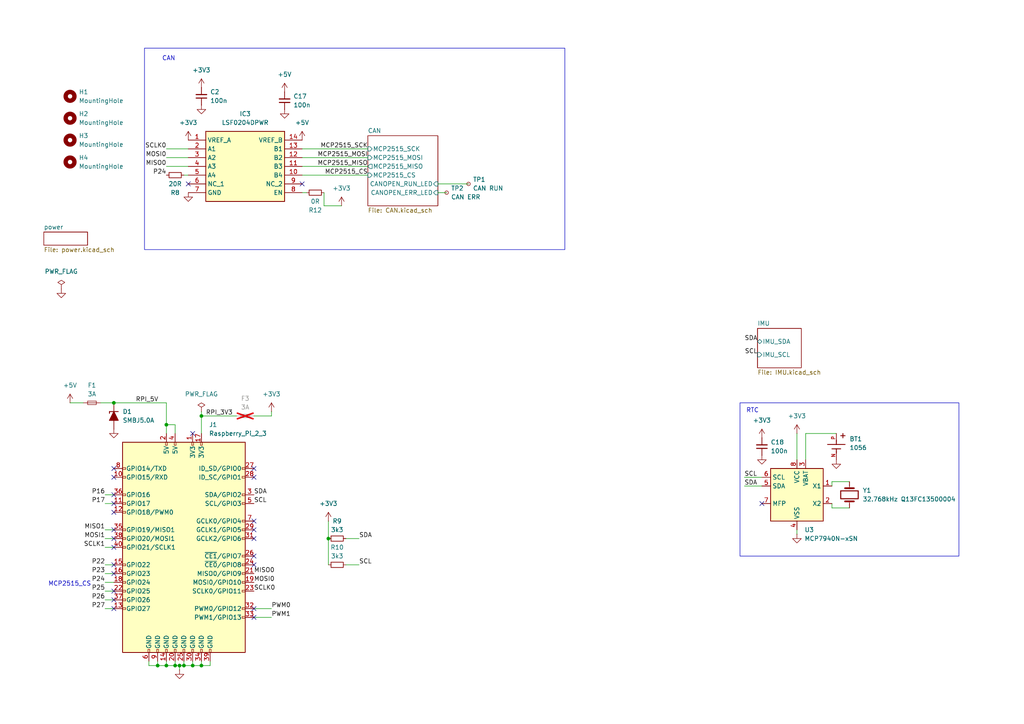
<source format=kicad_sch>
(kicad_sch (version 20231120) (generator "eeschema") (generator_version "8.0")
  (paper "A4")
  (title_block (title "RPI_diyhat1") (date "2025-06-30") (rev "1.0") (company "NTURacing") (comment 1 "Jack Kuo"))
  (lib_symbols
    (symbol "Connector:Raspberry_Pi_2_3" (pin_names (offset 1.016))
      (property "Reference" "J" (at -17.78 31.75 0))
      (property "Value" "Raspberry_Pi_2_3" (at 10.16 -31.75 0))
      (symbol "Raspberry_Pi_2_3_0_1"
        (rectangle (start -17.78 30.48) (end 17.78 -30.48) (stroke (width 0.254)) (fill (type background)))
      )
      (symbol "Raspberry_Pi_2_3_1_1"
        (rectangle (start -16.891 -17.526) (end -17.78 -18.034))
        (rectangle (start -16.891 -14.986) (end -17.78 -15.494))
        (rectangle (start -16.891 -12.446) (end -17.78 -12.954))
        (rectangle (start -16.891 -9.906) (end -17.78 -10.414))
        (rectangle (start -16.891 -7.366) (end -17.78 -7.874))
        (rectangle (start -16.891 -4.826) (end -17.78 -5.334))
        (rectangle (start -16.891 0.254) (end -17.78 -0.254))
        (rectangle (start -16.891 2.794) (end -17.78 2.286))
        (rectangle (start -16.891 5.334) (end -17.78 4.826))
        (rectangle (start -16.891 10.414) (end -17.78 9.906))
        (rectangle (start -16.891 12.954) (end -17.78 12.446))
        (rectangle (start -16.891 15.494) (end -17.78 14.986))
        (rectangle (start -16.891 20.574) (end -17.78 20.066))
        (rectangle (start -16.891 23.114) (end -17.78 22.606))
        (rectangle (start -10.414 -29.591) (end -9.906 -30.48))
        (rectangle (start -7.874 -29.591) (end -7.366 -30.48))
        (rectangle (start -5.334 -29.591) (end -4.826 -30.48))
        (rectangle (start -5.334 30.48) (end -4.826 29.591))
        (rectangle (start -2.794 -29.591) (end -2.286 -30.48))
        (rectangle (start -2.794 30.48) (end -2.286 29.591))
        (rectangle (start -0.254 -29.591) (end 0.254 -30.48))
        (rectangle (start 2.286 -29.591) (end 2.794 -30.48))
        (rectangle (start 2.286 30.48) (end 2.794 29.591))
        (rectangle (start 4.826 -29.591) (end 5.334 -30.48))
        (rectangle (start 4.826 30.48) (end 5.334 29.591))
        (rectangle (start 7.366 -29.591) (end 7.874 -30.48))
        (rectangle (start 17.78 -20.066) (end 16.891 -20.574))
        (rectangle (start 17.78 -17.526) (end 16.891 -18.034))
        (rectangle (start 17.78 -12.446) (end 16.891 -12.954))
        (rectangle (start 17.78 -9.906) (end 16.891 -10.414))
        (rectangle (start 17.78 -7.366) (end 16.891 -7.874))
        (rectangle (start 17.78 -4.826) (end 16.891 -5.334))
        (rectangle (start 17.78 -2.286) (end 16.891 -2.794))
        (rectangle (start 17.78 2.794) (end 16.891 2.286))
        (rectangle (start 17.78 5.334) (end 16.891 4.826))
        (rectangle (start 17.78 7.874) (end 16.891 7.366))
        (rectangle (start 17.78 12.954) (end 16.891 12.446))
        (rectangle (start 17.78 15.494) (end 16.891 14.986))
        (rectangle (start 17.78 20.574) (end 16.891 20.066))
        (rectangle (start 17.78 23.114) (end 16.891 22.606))
        (pin power_in line (at 2.54 33.02 270) (length 2.54) (name "3V3") (number "1"))
        (pin bidirectional line (at -20.32 20.32 0) (length 2.54) (name "GPIO15/RXD") (number "10"))
        (pin bidirectional line (at -20.32 12.7 0) (length 2.54) (name "GPIO17") (number "11"))
        (pin bidirectional line (at -20.32 10.16 0) (length 2.54) (name "GPIO18/PWM0") (number "12"))
        (pin bidirectional line (at -20.32 -17.78 0) (length 2.54) (name "GPIO27") (number "13"))
        (pin power_in line (at -5.08 -33.02 90) (length 2.54) (name "GND") (number "14"))
        (pin bidirectional line (at -20.32 -5.08 0) (length 2.54) (name "GPIO22") (number "15"))
        (pin bidirectional line (at -20.32 -7.62 0) (length 2.54) (name "GPIO23") (number "16"))
        (pin power_in line (at 5.08 33.02 270) (length 2.54) (name "3V3") (number "17"))
        (pin bidirectional line (at -20.32 -10.16 0) (length 2.54) (name "GPIO24") (number "18"))
        (pin bidirectional line (at 20.32 -10.16 180) (length 2.54) (name "MOSI0/GPIO10") (number "19"))
        (pin power_in line (at -5.08 33.02 270) (length 2.54) (name "5V") (number "2"))
        (pin power_in line (at -2.54 -33.02 90) (length 2.54) (name "GND") (number "20"))
        (pin bidirectional line (at 20.32 -7.62 180) (length 2.54) (name "MISO0/GPIO9") (number "21"))
        (pin bidirectional line (at -20.32 -12.7 0) (length 2.54) (name "GPIO25") (number "22"))
        (pin bidirectional line (at 20.32 -12.7 180) (length 2.54) (name "SCLK0/GPIO11") (number "23"))
        (pin bidirectional line (at 20.32 -5.08 180) (length 2.54) (name "~{CE0}/GPIO8") (number "24"))
        (pin power_in line (at 0 -33.02 90) (length 2.54) (name "GND") (number "25"))
        (pin bidirectional line (at 20.32 -2.54 180) (length 2.54) (name "~{CE1}/GPIO7") (number "26"))
        (pin bidirectional line (at 20.32 22.86 180) (length 2.54) (name "ID_SD/GPIO0") (number "27"))
        (pin bidirectional line (at 20.32 20.32 180) (length 2.54) (name "ID_SC/GPIO1") (number "28"))
        (pin bidirectional line (at 20.32 5.08 180) (length 2.54) (name "GCLK1/GPIO5") (number "29"))
        (pin bidirectional line (at 20.32 15.24 180) (length 2.54) (name "SDA/GPIO2") (number "3"))
        (pin power_in line (at 2.54 -33.02 90) (length 2.54) (name "GND") (number "30"))
        (pin bidirectional line (at 20.32 2.54 180) (length 2.54) (name "GCLK2/GPIO6") (number "31"))
        (pin bidirectional line (at 20.32 -17.78 180) (length 2.54) (name "PWM0/GPIO12") (number "32"))
        (pin bidirectional line (at 20.32 -20.32 180) (length 2.54) (name "PWM1/GPIO13") (number "33"))
        (pin power_in line (at 5.08 -33.02 90) (length 2.54) (name "GND") (number "34"))
        (pin bidirectional line (at -20.32 5.08 0) (length 2.54) (name "GPIO19/MISO1") (number "35"))
        (pin bidirectional line (at -20.32 15.24 0) (length 2.54) (name "GPIO16") (number "36"))
        (pin bidirectional line (at -20.32 -15.24 0) (length 2.54) (name "GPIO26") (number "37"))
        (pin bidirectional line (at -20.32 2.54 0) (length 2.54) (name "GPIO20/MOSI1") (number "38"))
        (pin power_in line (at 7.62 -33.02 90) (length 2.54) (name "GND") (number "39"))
        (pin power_in line (at -2.54 33.02 270) (length 2.54) (name "5V") (number "4"))
        (pin bidirectional line (at -20.32 0 0) (length 2.54) (name "GPIO21/SCLK1") (number "40"))
        (pin bidirectional line (at 20.32 12.7 180) (length 2.54) (name "SCL/GPIO3") (number "5"))
        (pin power_in line (at -10.16 -33.02 90) (length 2.54) (name "GND") (number "6"))
        (pin bidirectional line (at 20.32 7.62 180) (length 2.54) (name "GCLK0/GPIO4") (number "7"))
        (pin bidirectional line (at -20.32 22.86 0) (length 2.54) (name "GPIO14/TXD") (number "8"))
        (pin power_in line (at -7.62 -33.02 90) (length 2.54) (name "GND") (number "9"))
      )
    )
    (symbol "Connector:TestPoint_Small" (pin_numbers hide) (pin_names (offset 0.762) hide)
      (property "Reference" "TP" (at 0 3.81 0))
      (property "Value" "TestPoint_Small" (at 0 2.032 0))
      (symbol "TestPoint_Small_0_1"
        (circle (center 0 0) (radius 0.508))
      )
      (symbol "TestPoint_Small_1_1"
        (pin passive line (at 0 0 90) (length 0) (name "1") (number "1"))
      )
    )
    (symbol "Device:C_Small" (pin_numbers hide) (pin_names (offset 0.254) hide)
      (property "Reference" "C" (at 0.254 1.778 0))
      (property "Value" "C_Small" (at 0.254 -2.032 0))
      (symbol "C_Small_0_1"
        (polyline (pts (xy -1.524 -0.508) (xy 1.524 -0.508)) (stroke (width 0.3302)))
        (polyline (pts (xy -1.524 0.508) (xy 1.524 0.508)) (stroke (width 0.3048)))
      )
      (symbol "C_Small_1_1"
        (pin passive line (at 0 2.54 270) (length 2.032) (name "~") (number "1"))
        (pin passive line (at 0 -2.54 90) (length 2.032) (name "~") (number "2"))
      )
    )
    (symbol "Device:Crystal" (pin_numbers hide) (pin_names (offset 1.016) hide)
      (property "Reference" "Y" (at 0 3.81 0))
      (property "Value" "Crystal" (at 0 -3.81 0))
      (symbol "Crystal_0_1"
        (rectangle (start -1.143 2.54) (end 1.143 -2.54) (stroke (width 0.3048)))
        (polyline (pts (xy -2.54 0) (xy -1.905 0)))
        (polyline (pts (xy -1.905 -1.27) (xy -1.905 1.27)) (stroke (width 0.508)))
        (polyline (pts (xy 1.905 -1.27) (xy 1.905 1.27)) (stroke (width 0.508)))
        (polyline (pts (xy 2.54 0) (xy 1.905 0)))
      )
      (symbol "Crystal_1_1"
        (pin passive line (at -3.81 0 0) (length 1.27) (name "1") (number "1"))
        (pin passive line (at 3.81 0 180) (length 1.27) (name "2") (number "2"))
      )
    )
    (symbol "Device:Fuse_Small" (pin_numbers hide) (pin_names (offset 0.254) hide)
      (property "Reference" "F" (at 0 -1.524 0))
      (property "Value" "Fuse_Small" (at 0 1.524 0))
      (symbol "Fuse_Small_0_1"
        (rectangle (start -1.27 0.508) (end 1.27 -0.508))
        (polyline (pts (xy -1.27 0) (xy 1.27 0)))
      )
      (symbol "Fuse_Small_1_1"
        (pin passive line (at -2.54 0 0) (length 1.27) (name "~") (number "1"))
        (pin passive line (at 2.54 0 180) (length 1.27) (name "~") (number "2"))
      )
    )
    (symbol "Device:R_Small" (pin_numbers hide) (pin_names (offset 0.254) hide)
      (property "Reference" "R" (at 0.762 0.508 0))
      (property "Value" "R_Small" (at 0.762 -1.016 0))
      (symbol "R_Small_0_1"
        (rectangle (start -0.762 1.778) (end 0.762 -1.778) (stroke (width 0.2032)))
      )
      (symbol "R_Small_1_1"
        (pin passive line (at 0 2.54 270) (length 0.762) (name "~") (number "1"))
        (pin passive line (at 0 -2.54 90) (length 0.762) (name "~") (number "2"))
      )
    )
    (symbol "Mechanical:MountingHole" (pin_names (offset 1.016))
      (property "Reference" "H" (at 0 5.08 0))
      (property "Value" "MountingHole" (at 0 3.175 0))
      (symbol "MountingHole_0_1"
        (circle (center 0 0) (radius 1.27) (stroke (width 1.27)))
      )
    )
    (symbol "PCM_Diode_TVS_AKL:SMBJ5.0A" (pin_numbers hide) (pin_names (offset 1.016) hide)
      (property "Reference" "D" (at 0 5.08 0))
      (property "Value" "SMBJ5.0A" (at 0 2.54 0))
      (symbol "SMBJ5.0A_0_1"
        (polyline (pts (xy -1.27 0) (xy 1.27 0)))
        (polyline (pts (xy 1.27 -1.27) (xy 1.27 1.27)) (stroke (width 0.254)))
        (polyline (pts (xy 1.27 1.27) (xy 0.762 1.27)) (stroke (width 0.254)))
        (polyline (pts (xy -1.27 1.27) (xy -1.27 -1.27) (xy 1.27 0) (xy -1.27 1.27)) (stroke (width 0.254)) (fill (type outline)))
      )
      (symbol "SMBJ5.0A_0_2"
        (polyline (pts (xy -2.54 -2.54) (xy 2.54 2.54)))
        (polyline (pts (xy 0 1.778) (xy -0.381 1.397)) (stroke (width 0.254)))
        (polyline (pts (xy 0 1.778) (xy 1.778 0)) (stroke (width 0.254)))
        (polyline (pts (xy -0.889 -0.889) (xy -1.778 0) (xy 0.889 0.889) (xy 0 -1.778) (xy -0.889 -0.889)) (stroke (width 0.254)) (fill (type outline)))
      )
      (symbol "SMBJ5.0A_1_1"
        (pin passive line (at 3.81 0 180) (length 2.54) (name "K") (number "1"))
        (pin passive line (at -3.81 0 0) (length 2.54) (name "A") (number "2"))
      )
      (symbol "SMBJ5.0A_1_2"
        (pin passive line (at 2.54 2.54 180) (length 0) (name "K") (number "1"))
        (pin passive line (at -2.54 -2.54 0) (length 0) (name "A") (number "2"))
      )
    )
    (symbol "SamacSys_Parts_EP6:LSF0204DPWR"
      (property "Reference" "IC" (at 29.21 7.62 0))
      (property "Value" "LSF0204DPWR" (at 29.21 5.08 0))
      (symbol "LSF0204DPWR_1_1"
        (rectangle (start 5.08 2.54) (end 27.94 -17.78) (stroke (width 0.254)) (fill (type background)))
        (pin power_in line (at 0 0 0) (length 5.08) (name "VREF_A") (number "1"))
        (pin bidirectional line (at 33.02 -10.16 180) (length 5.08) (name "B4") (number "10"))
        (pin bidirectional line (at 33.02 -7.62 180) (length 5.08) (name "B3") (number "11"))
        (pin bidirectional line (at 33.02 -5.08 180) (length 5.08) (name "B2") (number "12"))
        (pin bidirectional line (at 33.02 -2.54 180) (length 5.08) (name "B1") (number "13"))
        (pin power_in line (at 33.02 0 180) (length 5.08) (name "VREF_B") (number "14"))
        (pin bidirectional line (at 0 -2.54 0) (length 5.08) (name "A1") (number "2"))
        (pin bidirectional line (at 0 -5.08 0) (length 5.08) (name "A2") (number "3"))
        (pin bidirectional line (at 0 -7.62 0) (length 5.08) (name "A3") (number "4"))
        (pin bidirectional line (at 0 -10.16 0) (length 5.08) (name "A4") (number "5"))
        (pin passive line (at 0 -12.7 0) (length 5.08) (name "NC_1") (number "6"))
        (pin power_in line (at 0 -15.24 0) (length 5.08) (name "GND") (number "7"))
        (pin input line (at 33.02 -15.24 180) (length 5.08) (name "EN") (number "8"))
        (pin passive line (at 33.02 -12.7 180) (length 5.08) (name "NC_2") (number "9"))
      )
    )
    (symbol "Timer_RTC:MCP7940N-xSN"
      (property "Reference" "U" (at -6.35 8.89 0))
      (property "Value" "MCP7940N-xSN" (at 11.43 8.89 0))
      (symbol "MCP7940N-xSN_0_1"
        (rectangle (start -7.62 7.62) (end 7.62 -7.62) (stroke (width 0.254)) (fill (type background)))
      )
      (symbol "MCP7940N-xSN_1_1"
        (pin input line (at 10.16 2.54 180) (length 2.54) (name "X1") (number "1"))
        (pin output line (at 10.16 -2.54 180) (length 2.54) (name "X2") (number "2"))
        (pin power_in line (at 2.54 10.16 270) (length 2.54) (name "VBAT") (number "3"))
        (pin power_in line (at 0 -10.16 90) (length 2.54) (name "VSS") (number "4"))
        (pin bidirectional line (at -10.16 2.54 0) (length 2.54) (name "SDA") (number "5"))
        (pin input line (at -10.16 5.08 0) (length 2.54) (name "SCL") (number "6"))
        (pin open_collector line (at -10.16 -2.54 0) (length 2.54) (name "MFP") (number "7"))
        (pin power_in line (at 0 10.16 270) (length 2.54) (name "VCC") (number "8"))
      )
    )
    (symbol "nturt_kicad_lib_EP6:1056" (pin_names (offset 1.016))
      (property "Reference" "BT" (at -3.81 3.81 0))
      (property "Value" "1056" (at -3.81 -5.08 0))
      (symbol "1056_0_0"
        (polyline (pts (xy -3.81 1.905) (xy -2.54 1.905)) (stroke (width 0.254)))
        (polyline (pts (xy -3.175 2.54) (xy -3.175 1.27)) (stroke (width 0.254)))
        (polyline (pts (xy -0.635 0) (xy -1.905 0)) (stroke (width 0.254)))
        (polyline (pts (xy -0.635 0) (xy -0.635 -2.54)) (stroke (width 0.254)))
        (polyline (pts (xy -0.635 2.54) (xy -0.635 0)) (stroke (width 0.254)))
        (polyline (pts (xy 0.635 0) (xy 0.635 -1.27)) (stroke (width 0.254)))
        (polyline (pts (xy 0.635 0) (xy 1.905 0)) (stroke (width 0.254)))
        (polyline (pts (xy 0.635 1.27) (xy 0.635 0)) (stroke (width 0.254)))
      )
      (symbol "1056_1_0"
        (pin passive line (at 3.81 0 180) (length 2.54) (name "~") (number "N"))
        (pin power_out line (at -3.81 0 0) (length 2.54) (name "~") (number "P"))
      )
    )
    (symbol "power:+3V3" (power) (pin_numbers hide) (pin_names (offset 0) hide)
      (property "Value" "+3V3" (at 0 3.556 0))
      (symbol "+3V3_0_1"
        (polyline (pts (xy -0.762 1.27) (xy 0 2.54)))
        (polyline (pts (xy 0 0) (xy 0 2.54)))
        (polyline (pts (xy 0 2.54) (xy 0.762 1.27)))
      )
      (symbol "+3V3_1_1"
        (pin power_in line (at 0 0 90) (length 0) (name "~") (number "1"))
      )
    )
    (symbol "power:+5V" (power) (pin_numbers hide) (pin_names (offset 0) hide)
      (property "Value" "+5V" (at 0 3.556 0))
      (symbol "+5V_0_1"
        (polyline (pts (xy -0.762 1.27) (xy 0 2.54)))
        (polyline (pts (xy 0 0) (xy 0 2.54)))
        (polyline (pts (xy 0 2.54) (xy 0.762 1.27)))
      )
      (symbol "+5V_1_1"
        (pin power_in line (at 0 0 90) (length 0) (name "~") (number "1"))
      )
    )
    (symbol "power:GND" (power) (pin_numbers hide) (pin_names (offset 0) hide)
      (property "Value" "GND" (at 0 -3.81 0))
      (symbol "GND_0_1"
        (polyline (pts (xy 0 0) (xy 0 -1.27) (xy 1.27 -1.27) (xy 0 -2.54) (xy -1.27 -1.27) (xy 0 -1.27)))
      )
      (symbol "GND_1_1"
        (pin power_in line (at 0 0 270) (length 0) (name "~") (number "1"))
      )
    )
    (symbol "power:PWR_FLAG" (power) (pin_numbers hide) (pin_names (offset 0) hide)
      (property "Value" "PWR_FLAG" (at 0 3.81 0))
      (symbol "PWR_FLAG_0_0"
        (pin power_out line (at 0 0 90) (length 0) (name "pwr") (number "1"))
      )
      (symbol "PWR_FLAG_0_1"
        (polyline (pts (xy 0 0) (xy 0 1.27) (xy -1.016 1.905) (xy 0 2.54) (xy 1.016 1.905) (xy 0 1.27)))
      )
    )
  )
  (junction (at 53.34 193.04))
  (junction (at 48.26 123.19))
  (junction (at 48.26 193.04))
  (junction (at 55.88 193.04))
  (junction (at 33.02 116.84))
  (junction (at 95.25 156.21))
  (junction (at 58.42 193.04))
  (junction (at 58.42 120.65))
  (junction (at 50.8 193.04))
  (junction (at 45.72 193.04))
  (junction (at 52.07 193.04))
  (no_connect (at 33.02 166.37))
  (no_connect (at 55.88 125.73))
  (no_connect (at 33.02 176.53))
  (no_connect (at 33.02 158.75))
  (no_connect (at 73.66 163.83))
  (no_connect (at 33.02 135.89))
  (no_connect (at 54.61 53.34))
  (no_connect (at 73.66 138.43))
  (no_connect (at 73.66 135.89))
  (no_connect (at 87.63 53.34))
  (no_connect (at 73.66 176.53))
  (no_connect (at 73.66 153.67))
  (no_connect (at 33.02 143.51))
  (no_connect (at 33.02 138.43))
  (no_connect (at 33.02 171.45))
  (no_connect (at 73.66 161.29))
  (no_connect (at 220.98 146.05))
  (no_connect (at 73.66 179.07))
  (no_connect (at 33.02 146.05))
  (no_connect (at 33.02 173.99))
  (no_connect (at 73.66 156.21))
  (no_connect (at 33.02 148.59))
  (no_connect (at 33.02 163.83))
  (no_connect (at 33.02 153.67))
  (no_connect (at 33.02 156.21))
  (no_connect (at 73.66 151.13))
  (wire (pts (xy 93.98 59.69) (xy 93.98 55.88)))
  (wire (pts (xy 30.48 176.53) (xy 33.02 176.53)))
  (wire (pts (xy 215.9 138.43) (xy 220.98 138.43)))
  (wire (pts (xy 233.68 125.73) (xy 242.57 125.73)))
  (wire (pts (xy 53.34 193.04) (xy 53.34 191.77)))
  (wire (pts (xy 246.38 147.32) (xy 241.3 147.32)))
  (wire (pts (xy 30.48 166.37) (xy 33.02 166.37)))
  (wire (pts (xy 231.14 154.94) (xy 231.14 153.67)))
  (wire (pts (xy 30.48 158.75) (xy 33.02 158.75)))
  (wire (pts (xy 88.9 55.88) (xy 87.63 55.88)))
  (wire (pts (xy 50.8 193.04) (xy 50.8 191.77)))
  (wire (pts (xy 95.25 156.21) (xy 95.25 163.83)))
  (wire (pts (xy 30.48 156.21) (xy 33.02 156.21)))
  (wire (pts (xy 43.18 193.04) (xy 43.18 191.77)))
  (wire (pts (xy 30.48 171.45) (xy 33.02 171.45)))
  (wire (pts (xy 58.42 120.65) (xy 58.42 125.73)))
  (wire (pts (xy 73.66 120.65) (xy 78.74 120.65)))
  (wire (pts (xy 43.18 193.04) (xy 45.72 193.04)))
  (wire (pts (xy 106.68 43.18) (xy 87.63 43.18)))
  (wire (pts (xy 30.48 143.51) (xy 33.02 143.51)))
  (wire (pts (xy 78.74 120.65) (xy 78.74 119.38)))
  (wire (pts (xy 33.02 116.84) (xy 48.26 116.84)))
  (wire (pts (xy 58.42 119.38) (xy 58.42 120.65)))
  (wire (pts (xy 78.74 176.53) (xy 73.66 176.53)))
  (wire (pts (xy 95.25 151.13) (xy 95.25 156.21)))
  (wire (pts (xy 48.26 116.84) (xy 48.26 123.19)))
  (wire (pts (xy 106.68 48.26) (xy 87.63 48.26)))
  (wire (pts (xy 127 53.34) (xy 135.89 53.34)))
  (wire (pts (xy 48.26 123.19) (xy 48.26 125.73)))
  (wire (pts (xy 106.68 45.72) (xy 87.63 45.72)))
  (wire (pts (xy 52.07 194.31) (xy 52.07 193.04)))
  (wire (pts (xy 45.72 193.04) (xy 45.72 191.77)))
  (wire (pts (xy 48.26 45.72) (xy 54.61 45.72)))
  (wire (pts (xy 60.96 193.04) (xy 60.96 191.77)))
  (wire (pts (xy 100.33 163.83) (xy 104.14 163.83)))
  (wire (pts (xy 52.07 193.04) (xy 53.34 193.04)))
  (wire (pts (xy 53.34 193.04) (xy 55.88 193.04)))
  (wire (pts (xy 53.34 50.8) (xy 54.61 50.8)))
  (wire (pts (xy 30.48 153.67) (xy 33.02 153.67)))
  (wire (pts (xy 48.26 193.04) (xy 50.8 193.04)))
  (wire (pts (xy 30.48 168.91) (xy 33.02 168.91)))
  (wire (pts (xy 45.72 193.04) (xy 48.26 193.04)))
  (wire (pts (xy 106.68 50.8) (xy 87.63 50.8)))
  (wire (pts (xy 48.26 48.26) (xy 54.61 48.26)))
  (wire (pts (xy 127 55.88) (xy 129.54 55.88)))
  (wire (pts (xy 20.32 116.84) (xy 24.13 116.84)))
  (wire (pts (xy 50.8 123.19) (xy 48.26 123.19)))
  (wire (pts (xy 73.66 179.07) (xy 78.74 179.07)))
  (wire (pts (xy 48.26 193.04) (xy 48.26 191.77)))
  (wire (pts (xy 55.88 193.04) (xy 55.88 191.77)))
  (wire (pts (xy 29.21 116.84) (xy 33.02 116.84)))
  (wire (pts (xy 241.3 139.7) (xy 241.3 140.97)))
  (wire (pts (xy 215.9 140.97) (xy 220.98 140.97)))
  (wire (pts (xy 233.68 125.73) (xy 233.68 133.35)))
  (wire (pts (xy 93.98 59.69) (xy 99.06 59.69)))
  (wire (pts (xy 30.48 163.83) (xy 33.02 163.83)))
  (wire (pts (xy 100.33 156.21) (xy 104.14 156.21)))
  (wire (pts (xy 241.3 147.32) (xy 241.3 146.05)))
  (wire (pts (xy 30.48 146.05) (xy 33.02 146.05)))
  (wire (pts (xy 246.38 139.7) (xy 241.3 139.7)))
  (wire (pts (xy 58.42 120.65) (xy 68.58 120.65)))
  (wire (pts (xy 58.42 193.04) (xy 58.42 191.77)))
  (wire (pts (xy 58.42 193.04) (xy 60.96 193.04)))
  (wire (pts (xy 50.8 193.04) (xy 52.07 193.04)))
  (wire (pts (xy 50.8 125.73) (xy 50.8 123.19)))
  (wire (pts (xy 231.14 125.73) (xy 231.14 133.35)))
  (wire (pts (xy 48.26 43.18) (xy 54.61 43.18)))
  (wire (pts (xy 55.88 193.04) (xy 58.42 193.04)))
  (wire (pts (xy 30.48 173.99) (xy 33.02 173.99)))
  (rectangle (start 214.63 116.84) (end 278.13 161.29))
  (rectangle (start 41.91 13.97) (end 163.83 72.39))
  (text "RTC" (at 216.408 119.888 0) (effects (font (size 1.27 1.27)) (justify left bottom)))
  (text "CAN" (at 46.99 17.78 0) (effects (font (size 1.27 1.27)) (justify left bottom)))
  (text "MCP2515_CS" (at 13.97 170.18 0) (effects (font (size 1.27 1.27)) (justify left bottom)))
  (label "SCL" (at 215.9 138.43 0))
  (label "P24" (at 30.48 168.91 180))
  (label "SDA" (at 215.9 140.97 0))
  (label "P25" (at 30.48 171.45 180))
  (label "MOSI0" (at 73.66 168.91 0))
  (label "P27" (at 30.48 176.53 180))
  (label "SDA" (at 219.71 99.06 180))
  (label "SCLK0" (at 48.26 43.18 180))
  (label "P22" (at 30.48 163.83 180))
  (label "PWM1" (at 78.74 179.07 0))
  (label "MCP2515_CS" (at 106.68 50.8 180))
  (label "SCLK0" (at 73.66 171.45 0))
  (label "MCP2515_MOSI" (at 106.68 45.72 180))
  (label "SCL" (at 104.14 163.83 0))
  (label "RPI_5V" (at 39.3416 116.84 0))
  (label "P23" (at 30.48 166.37 180))
  (label "SCL" (at 219.71 102.87 180))
  (label "P24" (at 48.26 50.8 180))
  (label "SCL" (at 73.66 146.05 0))
  (label "MISO0" (at 48.26 48.26 180))
  (label "MOSI0" (at 48.26 45.72 180))
  (label "MCP2515_SCK" (at 106.68 43.18 180))
  (label "MISO1" (at 30.48 153.67 180))
  (label "PWM0" (at 78.74 176.53 0))
  (label "MISO0" (at 73.66 166.37 0))
  (label "RPI_3V3" (at 59.69 120.65 0))
  (label "SDA" (at 73.66 143.51 0))
  (label "P17" (at 30.48 146.05 180))
  (label "MOSI1" (at 30.48 156.21 180))
  (label "SCLK1" (at 30.48 158.75 180))
  (label "P26" (at 30.48 173.99 180))
  (label "MCP2515_MISO" (at 106.68 48.26 180))
  (label "SDA" (at 104.14 156.21 0))
  (label "P16" (at 30.48 143.51 180))
  (symbol (lib_id "Device:R_Small") (at 91.44 55.88 90) (mirror x) (unit 1)
    (property "Reference" "R12" (at 91.44 60.96 90))
    (property "Value" "0R" (at 91.44 58.42 90))
    (property "Footprint" "Resistor_SMD:R_0402_1005Metric" (effects (hide yes)))
    (property "Description" "Resistor, small symbol" (effects (hide yes)))
  )
  (symbol (lib_id "power:PWR_FLAG") (at 17.78 83.82 0) (unit 1)
    (property "Reference" "#FLG03" (effects (hide yes)))
    (property "Value" "PWR_FLAG" (at 17.78 78.74 0))
  )
  (symbol (lib_id "power:GND") (at 58.42 30.48 0) (unit 1)
    (property "Reference" "#PWR0101" (effects (hide yes)))
    (property "Value" "GND" (effects (hide yes)))
    (property "Description" "Power symbol creates a global label with name \"GND\" , ground" (effects (hide yes)))
  )
  (symbol (lib_id "Device:R_Small") (at 50.8 50.8 90) (mirror x) (unit 1)
    (property "Reference" "R8" (at 50.8 55.88 90))
    (property "Value" "20R" (at 50.8 53.34 90))
    (property "Footprint" "Resistor_SMD:R_0402_1005Metric" (effects (hide yes)))
    (property "Description" "Resistor, small symbol" (effects (hide yes)))
  )
  (symbol (lib_id "Device:C_Small") (at 58.42 27.94 180) (unit 1)
    (property "Reference" "C2" (at 60.96 26.6635 0) (effects (justify right)))
    (property "Value" "100n" (at 60.96 29.2035 0) (effects (justify right)))
    (property "Footprint" "Capacitor_SMD:C_0402_1005Metric" (effects (hide yes)))
    (property "Description" "Unpolarized capacitor, small symbol" (effects (hide yes)))
  )
  (symbol (lib_id "power:+3V3") (at 220.98 127 0) (unit 1)
    (property "Reference" "#PWR092" (effects (hide yes)))
    (property "Value" "+3V3" (at 220.98 121.92 0))
    (property "Description" "Power symbol creates a global label with name \"+3V3\"" (effects (hide yes)))
  )
  (symbol (lib_id "Mechanical:MountingHole") (at 20.32 40.64 0) (unit 1)
    (property "Reference" "H3" (at 22.86 39.37 0) (effects (justify left)))
    (property "Value" "MountingHole" (at 22.86 41.91 0) (effects (justify left)))
    (property "Footprint" "MountingHole:MountingHole_2.7mm_M2.5" (effects (hide yes)))
  )
  (symbol (lib_id "Mechanical:MountingHole") (at 20.32 34.29 0) (unit 1)
    (property "Reference" "H2" (at 22.86 33.02 0) (effects (justify left)))
    (property "Value" "MountingHole" (at 22.86 35.56 0) (effects (justify left)))
    (property "Footprint" "MountingHole:MountingHole_2.7mm_M2.5" (effects (hide yes)))
  )
  (symbol (lib_id "Device:Fuse_Small") (at 26.67 116.84 0) (unit 1)
    (property "Reference" "F1" (at 26.67 111.76 0))
    (property "Value" "3A" (at 26.67 114.3 0))
    (property "Footprint" "Fuse:Fuse_1206_3216Metric" (effects (hide yes)))
    (property "Description" "Fuse, small symbol" (effects (hide yes)))
  )
  (symbol (lib_id "Device:R_Small") (at 97.79 163.83 90) (unit 1)
    (property "Reference" "R10" (at 97.79 158.75 90))
    (property "Value" "3k3" (at 97.79 161.29 90))
    (property "Footprint" "Resistor_SMD:R_0603_1608Metric" (effects (hide yes)))
  )
  (symbol (lib_id "power:+3V3") (at 54.61 40.64 0) (unit 1)
    (property "Reference" "#PWR098" (effects (hide yes)))
    (property "Value" "+3V3" (at 54.61 35.56 0))
    (property "Description" "Power symbol creates a global label with name \"+3V3\"" (effects (hide yes)))
  )
  (symbol (lib_id "power:GND") (at 54.61 55.88 0) (unit 1)
    (property "Reference" "#PWR095" (effects (hide yes)))
    (property "Value" "GND" (effects (hide yes)))
    (property "Description" "Power symbol creates a global label with name \"GND\" , ground" (effects (hide yes)))
  )
  (symbol (lib_id "SamacSys_Parts_EP6:LSF0204DPWR") (at 54.61 40.64 0) (unit 1)
    (property "Reference" "IC3" (at 71.12 33.02 0))
    (property "Value" "LSF0204DPWR" (at 71.12 35.56 0))
    (property "Footprint" "SamacSys_Parts_EP6:SOP65P640X120-14N" (effects (hide yes)))
    (property "Datasheet" "http://www.ti.com/lit/gpn/lsf0204d" (effects (hide yes)))
    (property "Description" "4-Bit Bidirectional Multi-Voltage Level Translator for Open-Drain & Push-Pull" (effects (hide yes)))
    (property "Height" "1.2" (effects (hide yes)))
    (property "Mouser Part Number" "595-LSF0204DPWR" (effects (hide yes)))
    (property "Mouser Price/Stock" "https://www.mouser.co.uk/ProductDetail/Texas-Instruments/LSF0204DPWR?qs=ADSrZYdIRCcP9%252B%2FUL5YMBQ%3D%3D" (effects (hide yes)))
    (property "Manufacturer_Name" "Texas Instruments" (effects (hide yes)))
    (property "Manufacturer_Part_Number" "LSF0204DPWR" (effects (hide yes)))
  )
  (symbol (lib_id "power:GND") (at 33.02 124.46 0) (unit 1)
    (property "Reference" "#PWR03" (effects (hide yes)))
    (property "Value" "GND" (effects (hide yes)))
    (property "Description" "Power symbol creates a global label with name \"GND\" , ground" (effects (hide yes)))
  )
  (symbol (lib_id "power:+3V3") (at 58.42 25.4 0) (unit 1)
    (property "Reference" "#PWR0100" (effects (hide yes)))
    (property "Value" "+3V3" (at 58.42 20.32 0))
    (property "Description" "Power symbol creates a global label with name \"+3V3\"" (effects (hide yes)))
  )
  (symbol (lib_id "power:GND") (at 242.57 133.35 0) (unit 1)
    (property "Reference" "#PWR012" (effects (hide yes)))
    (property "Value" "GND" (effects (hide yes)))
    (property "Description" "Power symbol creates a global label with name \"GND\" , ground" (effects (hide yes)))
  )
  (symbol (lib_id "Timer_RTC:MCP7940N-xSN") (at 231.14 143.51 0) (unit 1)
    (property "Reference" "U3" (at 233.3341 153.67 0) (effects (justify left)))
    (property "Value" "MCP7940N-xSN" (at 233.3341 156.21 0) (effects (justify left)))
    (property "Footprint" "Package_SO:SOIC-8_3.9x4.9mm_P1.27mm" (effects (hide yes)))
    (property "Datasheet" "http://ww1.microchip.com/downloads/en/DeviceDoc/20005010F.pdf" (effects (hide yes)))
    (property "Description" "Real-Time Clock, I2C, Battery Backup, SOIC-8" (effects (hide yes)))
  )
  (symbol (lib_id "Mechanical:MountingHole") (at 20.32 46.99 0) (unit 1)
    (property "Reference" "H4" (at 22.86 45.72 0) (effects (justify left)))
    (property "Value" "MountingHole" (at 22.86 48.26 0) (effects (justify left)))
    (property "Footprint" "MountingHole:MountingHole_2.7mm_M2.5" (effects (hide yes)))
  )
  (symbol (lib_id "power:GND") (at 82.55 31.75 0) (unit 1)
    (property "Reference" "#PWR099" (effects (hide yes)))
    (property "Value" "GND" (effects (hide yes)))
    (property "Description" "Power symbol creates a global label with name \"GND\" , ground" (effects (hide yes)))
  )
  (symbol (lib_id "power:+5V") (at 20.32 116.84 0) (unit 1)
    (property "Reference" "#PWR02" (effects (hide yes)))
    (property "Value" "+5V" (at 20.32 111.76 0))
    (property "Description" "Power symbol creates a global label with name \"+5V\"" (effects (hide yes)))
  )
  (symbol (lib_id "Mechanical:MountingHole") (at 20.32 27.94 0) (unit 1)
    (property "Reference" "H1" (at 22.86 26.67 0) (effects (justify left)))
    (property "Value" "MountingHole" (at 22.86 29.21 0) (effects (justify left)))
    (property "Footprint" "MountingHole:MountingHole_2.7mm_M2.5" (effects (hide yes)))
  )
  (symbol (lib_id "power:+3V3") (at 231.14 125.73 0) (mirror y) (unit 1)
    (property "Reference" "#PWR043" (effects (hide yes)))
    (property "Value" "+3V3" (at 231.14 120.65 0))
    (property "Description" "Power symbol creates a global label with name \"+3V3\"" (effects (hide yes)))
  )
  (symbol (lib_id "power:+3V3") (at 78.74 119.38 0) (unit 1)
    (property "Reference" "#PWR08" (effects (hide yes)))
    (property "Value" "+3V3" (at 78.74 114.3 0))
    (property "Description" "Power symbol creates a global label with name \"+3V3\"" (effects (hide yes)))
  )
  (symbol (lib_id "power:GND") (at 231.14 154.94 0) (unit 1)
    (property "Reference" "#PWR04" (effects (hide yes)))
    (property "Value" "GND" (effects (hide yes)))
    (property "Description" "Power symbol creates a global label with name \"GND\" , ground" (effects (hide yes)))
  )
  (symbol (lib_id "power:+5V") (at 82.55 26.67 0) (unit 1)
    (property "Reference" "#PWR072" (effects (hide yes)))
    (property "Value" "+5V" (at 82.55 21.59 0))
    (property "Description" "Power symbol creates a global label with name \"+5V\"" (effects (hide yes)))
  )
  (symbol (lib_id "Connector:Raspberry_Pi_2_3") (at 53.34 158.75 0) (unit 1)
    (property "Reference" "J1" (at 60.6141 123.19 0) (effects (justify left)))
    (property "Value" "Raspberry_Pi_2_3" (at 60.6141 125.73 0) (effects (justify left)))
    (property "Footprint" "Connector_PinSocket_2.54mm:PinSocket_2x20_P2.54mm_Vertical" (effects (hide yes)))
    (property "Datasheet" "https://www.raspberrypi.org/documentation/hardware/raspberrypi/schematics/rpi_SCH_3bplus_1p0_reduced.pdf" (effects (hide yes)))
  )
  (symbol (lib_id "Device:R_Small") (at 97.79 156.21 90) (unit 1)
    (property "Reference" "R9" (at 97.79 151.13 90))
    (property "Value" "3k3" (at 97.79 153.67 90))
    (property "Footprint" "Resistor_SMD:R_0603_1608Metric" (effects (hide yes)))
  )
  (symbol (lib_id "nturt_kicad_lib_EP6:1056") (at 242.57 129.54 270) (unit 1)
    (property "Reference" "BT1" (at 246.38 127.3174 90) (effects (justify left)))
    (property "Value" "1056" (at 246.38 129.8574 90) (effects (justify left)))
    (property "Footprint" "nturt_kicad_lib_EP6:BAT_1056" (effects (hide yes)))
    (property "PARTREV" "D" (effects (hide yes)))
    (property "STANDARD" "Manufacturer Recommendations" (effects (hide yes)))
    (property "SNAPEDA_PN" "1056" (effects (hide yes)))
    (property "MAXIMUM_PACKAGE_HEIGHT" "3.99mm" (effects (hide yes)))
    (property "MANUFACTURER" "Keystone" (effects (hide yes)))
  )
  (symbol (lib_id "Device:Crystal") (at 246.38 143.51 90) (unit 1)
    (property "Reference" "Y1" (at 250.19 142.2399 90) (effects (justify right)))
    (property "Value" "32.768kHz Q13FC13500004" (at 250.19 144.7799 90) (effects (justify right)))
    (property "Footprint" "Crystal:Crystal_SMD_3215-2Pin_3.2x1.5mm" (effects (hide yes)))
    (property "Description" "Two pin crystal" (effects (hide yes)))
  )
  (symbol (lib_id "Connector:TestPoint_Small") (at 129.54 55.88 0) (unit 1)
    (property "Reference" "TP2" (at 130.81 54.6099 0) (effects (justify left)))
    (property "Value" "CAN ERR" (at 130.81 57.1499 0) (effects (justify left)))
    (property "Footprint" "TestPoint:TestPoint_Pad_D1.0mm" (effects (hide yes)))
    (property "Description" "test point" (effects (hide yes)))
  )
  (symbol (lib_id "Device:Fuse_Small") (at 71.12 120.65 0) (unit 1) (dnp yes)
    (property "Reference" "F3" (at 71.12 115.57 0))
    (property "Value" "3A" (at 71.12 118.11 0))
    (property "Footprint" "Fuse:Fuse_1206_3216Metric" (effects (hide yes)))
    (property "Description" "Fuse, small symbol" (effects (hide yes)))
  )
  (symbol (lib_id "power:GND") (at 52.07 194.31 0) (unit 1)
    (property "Reference" "#PWR09" (effects (hide yes)))
    (property "Value" "GND" (effects (hide yes)))
    (property "Description" "Power symbol creates a global label with name \"GND\" , ground" (effects (hide yes)))
  )
  (symbol (lib_id "power:+5V") (at 87.63 40.64 0) (unit 1)
    (property "Reference" "#PWR097" (effects (hide yes)))
    (property "Value" "+5V" (at 87.63 35.56 0))
    (property "Description" "Power symbol creates a global label with name \"+5V\"" (effects (hide yes)))
  )
  (symbol (lib_id "power:GND") (at 17.78 83.82 0) (unit 1)
    (property "Reference" "#PWR078" (effects (hide yes)))
    (property "Value" "GND" (effects (hide yes)))
    (property "Description" "Power symbol creates a global label with name \"GND\" , ground" (effects (hide yes)))
  )
  (symbol (lib_id "PCM_Diode_TVS_AKL:SMBJ5.0A") (at 33.02 120.65 90) (unit 1)
    (property "Reference" "D1" (at 35.56 119.3799 90) (effects (justify right)))
    (property "Value" "SMBJ5.0A" (at 35.56 121.9199 90) (effects (justify right)))
    (property "Footprint" "PCM_Diode_SMD_AKL:D_SMB" (effects (hide yes)))
    (property "Datasheet" "https://www.tme.eu/Document/0b6222bec7e12d83185b51d73cb6a54d/SMBJ_ser.pdf" (effects (hide yes)))
    (property "Description" "SMB Unidirectional TVS diode, 5V, 600W, Alternate KiCAD Library" (effects (hide yes)))
  )
  (symbol (lib_id "Device:C_Small") (at 82.55 29.21 180) (unit 1)
    (property "Reference" "C17" (at 85.09 27.9335 0) (effects (justify right)))
    (property "Value" "100n" (at 85.09 30.4735 0) (effects (justify right)))
    (property "Footprint" "Capacitor_SMD:C_0402_1005Metric" (effects (hide yes)))
    (property "Description" "Unpolarized capacitor, small symbol" (effects (hide yes)))
  )
  (symbol (lib_id "power:GND") (at 220.98 132.08 0) (unit 1)
    (property "Reference" "#PWR093" (effects (hide yes)))
    (property "Value" "GND" (effects (hide yes)))
    (property "Description" "Power symbol creates a global label with name \"GND\" , ground" (effects (hide yes)))
  )
  (symbol (lib_id "power:+3V3") (at 99.06 59.69 0) (unit 1)
    (property "Reference" "#PWR088" (effects (hide yes)))
    (property "Value" "+3V3" (at 99.06 54.61 0))
    (property "Description" "Power symbol creates a global label with name \"+3V3\"" (effects (hide yes)))
  )
  (symbol (lib_id "power:+3V3") (at 95.25 151.13 0) (mirror y) (unit 1)
    (property "Reference" "#PWR040" (effects (hide yes)))
    (property "Value" "+3V3" (at 95.25 146.05 0))
    (property "Description" "Power symbol creates a global label with name \"+3V3\"" (effects (hide yes)))
  )
  (symbol (lib_id "Connector:TestPoint_Small") (at 135.89 53.34 0) (unit 1)
    (property "Reference" "TP1" (at 137.16 52.0699 0) (effects (justify left)))
    (property "Value" "CAN RUN" (at 137.16 54.6099 0) (effects (justify left)))
    (property "Footprint" "TestPoint:TestPoint_Pad_D1.0mm" (effects (hide yes)))
    (property "Description" "test point" (effects (hide yes)))
  )
  (symbol (lib_id "Device:C_Small") (at 220.98 129.54 180) (unit 1)
    (property "Reference" "C18" (at 223.52 128.2635 0) (effects (justify right)))
    (property "Value" "100n" (at 223.52 130.8035 0) (effects (justify right)))
    (property "Footprint" "Capacitor_SMD:C_0402_1005Metric" (effects (hide yes)))
    (property "Description" "Unpolarized capacitor, small symbol" (effects (hide yes)))
  )
  (symbol (lib_id "power:PWR_FLAG") (at 58.42 119.38 0) (unit 1)
    (property "Reference" "#FLG02" (effects (hide yes)))
    (property "Value" "PWR_FLAG" (at 58.42 114.3 0))
  )
  (sheet (at 106.68 39.37) (size 20.32 20.32) (stroke (width 0.1524))
    (property "Sheetname" "CAN" (at 106.68 38.6584 0) (effects (justify left bottom)))
    (property "Sheetfile" "CAN.kicad_sch" (at 106.68 60.2746 0) (effects (justify left top)))
    (pin "CANOPEN_ERR_LED" input (at 127 55.88 0))
    (pin "CANOPEN_RUN_LED" input (at 127 53.34 0))
    (pin "MCP2515_CS" input (at 106.68 50.8 180))
    (pin "MCP2515_SCK" input (at 106.68 43.18 180))
    (pin "MCP2515_MOSI" input (at 106.68 45.72 180))
    (pin "MCP2515_MISO" output (at 106.68 48.26 180))
  )
  (sheet (at 219.71 95.25) (size 12.7 11.43) (stroke (width 0.1524))
    (property "Sheetname" "IMU" (at 219.71 94.5384 0) (effects (justify left bottom)))
    (property "Sheetfile" "IMU.kicad_sch" (at 219.71 107.2646 0) (effects (justify left top)))
    (pin "IMU_SDA" bidirectional (at 219.71 99.06 180))
    (pin "IMU_SCL" input (at 219.71 102.87 180))
  )
  (sheet (at 12.7 67.31) (size 12.7 3.81) (stroke (width 0.1524))
    (property "Sheetname" "power" (at 12.7 66.5984 0) (effects (justify left bottom)))
    (property "Sheetfile" "power.kicad_sch" (at 12.7 71.7046 0) (effects (justify left top)))
  )
)
</source>
